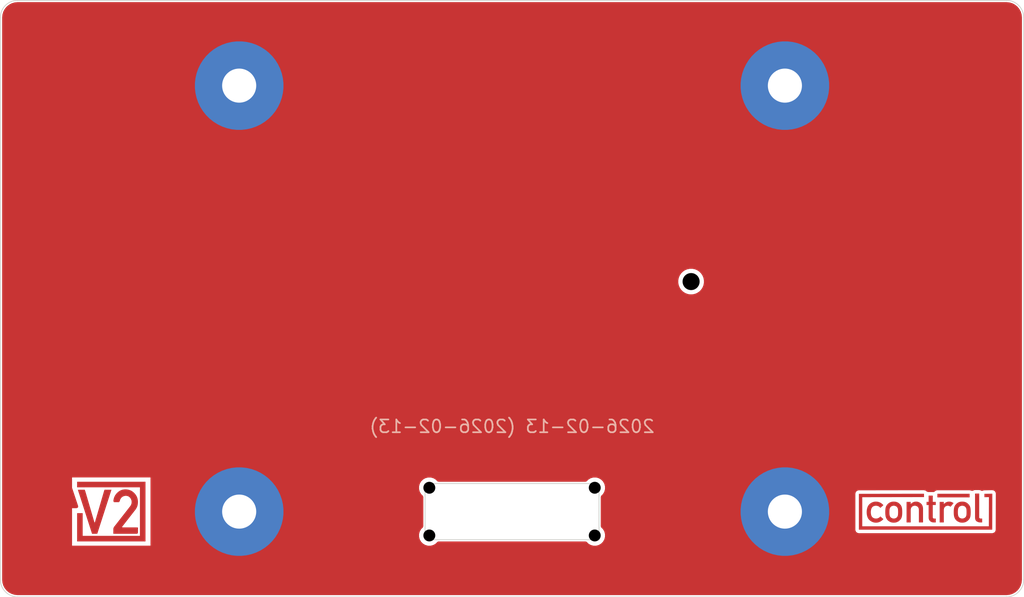
<source format=kicad_pcb>
(kicad_pcb (version 20241229) (generator "pcbnew") (generator_version "9.0")
  (title_block (date "2026-02-13") (rev "2026-02-13"))
  (layers (0 "F.Cu" signal "Front") (2 "B.Cu" signal "Back") (13 "F.Paste" user) (15 "B.Paste" user) (5 "F.SilkS" user "F.Silkscreen") (7 "B.SilkS" user "B.Silkscreen") (1 "F.Mask" user) (3 "B.Mask" user) (25 "Edge.Cuts" user))
  (property "Order-Number" "ORDER-NUMBER")
  (net 0 "")
  (net 1 "GND")
  (footprint "V2_Mechanical:MountingHole_2mm_Pad_5.2mm" (layer "F.Cu") (at 163 110)
    (property "Reference" "H101" (hide yes))
    (property "Value" "2mm_Pad_5.2mm" (hide yes))
    (pad "1" thru_hole custom (at 0 0) (size 5.2 5.2) (drill 2) (layers "*.Cu" "*.Mask") (net 1 "GND") (options (clearance outline) (anchor circle)) (primitives (gr_bbox (start -0.75 -0.75) (end 0.75 0.75) (fill no))))
  )
  (footprint "V2_Artwork:Logo_Small" (layer "F.Cu") (at 123.5 110)
    (property "Reference" "ICON102" (hide yes))
    (property "Value" "V2-logo" (hide yes))
    (fp_poly (pts (xy 2.006758 1.750057) (xy -2.003742 1.750057) (xy -2.003742 0.089057) (xy -1.676242 0.089057) (xy -1.676242 1.422557) (xy 1.679258 1.422557) (xy 1.679258 -1.424943) (xy -2.003742 -1.424943) (xy -2.003742 -1.752443) (xy 2.006758 -1.752443)) (fill yes) (layer "F.Cu"))
    (fp_poly (pts (xy -1.520919 -1.190765) (xy -0.987877 0.632379) (xy -0.96229 0.63477) (xy -0.429473 -1.187605) (xy -0.397658 -1.28383) (xy -0.093581 -1.28383) (xy 0.011405 -1.282303) (xy -0.821464 1.300873) (xy -0.922973 1.304044) (xy -1.126979 1.304044) (xy -1.959811 -1.279026) (xy -1.859182 -1.28383) (xy -1.55515 -1.28383)) (fill yes) (layer "F.Cu"))
    (fp_poly (pts (xy 0.959179 -1.296323) (xy 1.057102 -1.27333) (xy 1.15069 -1.236367) (xy 1.237701 -1.18584) (xy 1.316459 -1.12329) (xy 1.386544 -1.051192) (xy 1.4473 -0.971068) (xy 1.496526 -0.883341) (xy 1.532676 -0.789459) (xy 1.555226 -0.691443) (xy 1.564714 -0.591354) (xy 1.562302 -0.490861) (xy 1.547686 -0.391375) (xy 1.519699 -0.294757) (xy 1.477977 -0.203204) (xy 1.423428 -0.118825) (xy 0.62811 0.902367) (xy 0.666211 0.926016) (xy 1.464718 0.926016) (xy 1.565211 0.930611) (xy 1.565211 1.236646) (xy 1.526846 1.304028) (xy 0.119258 1.304044) (xy 0.119258 0.998218) (xy 0.152529 0.907926) (xy 1.075862 -0.274673) (xy 1.135011 -0.354575) (xy 1.177602 -0.443372) (xy 1.194922 -0.540328) (xy 1.188525 -0.63852) (xy 1.156173 -0.731429) (xy 1.102154 -0.813814) (xy 1.029408 -0.879553) (xy 0.93915 -0.917434) (xy 0.841313 -0.926822) (xy 0.744269 -0.911115) (xy 0.655699 -0.868697) (xy 0.582012 -0.803671) (xy 0.529159 -0.720807) (xy 0.499075 -0.625849) (xy 0.458111 -0.553721) (xy 0.151905 -0.553721) (xy 0.122138 -0.626978) (xy 0.136522 -0.727544) (xy 0.163539 -0.824426) (xy 0.203793 -0.916615) (xy 0.256664 -1.002191) (xy 0.320597 -1.07979) (xy 0.393413 -1.149125) (xy 0.474729 -1.208346) (xy 0.563921 -1.254958) (xy 0.65936 -1.286951) (xy 0.758577 -1.303726) (xy 0.859118 -1.306199)) (fill yes) (layer "F.Cu"))
    (zone (net 0) (net_name "") (layer "F.Cu") (connect_pads (clearance 0)) (min_thickness 0.254)
      (keepout (tracks not_allowed) (vias not_allowed) (pads not_allowed) (copperpour not_allowed) (footprints allowed))
      (fill (thermal_gap 0.508) (thermal_bridge_width 0.508))
      (polygon (pts (xy 121.2 112) (xy 125.8 112) (xy 125.8 107.995) (xy 121.2 107.995) (xy 121.2 108.6) (xy 121.6 109.8) (xy 121.2 109.8)))
    )
  )
  (footprint "V2_Artwork:Board_control_Small" (layer "F.Cu") (at 171.25 110)
    (property "Reference" "ICON101" (hide yes))
    (property "Value" "Board_control" (hide yes))
    (fp_poly (pts (xy 2.582961 -0.834743) (xy 0.690829 -0.834743) (xy 0.690829 -1.04641) (xy 2.582961 -1.04641)) (fill yes) (layer "F.Cu"))
    (fp_poly (pts (xy 3.906932 1.060335) (xy -3.912296 1.060335) (xy -3.912296 -1.043156) (xy -0.091798 -1.048908) (xy -0.091386 -0.850587) (xy -3.713844 -0.844836) (xy -3.713844 0.861765) (xy 3.708895 0.861765) (xy 3.713432 -0.849838) (xy 3.449794 -0.845086) (xy 3.44608 -1.043406) (xy 3.912296 -1.051909)) (fill yes) (layer "F.Cu"))
    (fp_poly (pts (xy 3.143422 0.323473) (xy 3.143511 0.328554) (xy 3.143776 0.333474) (xy 3.144218 0.338231) (xy 3.144838 0.342825) (xy 3.145634 0.347258) (xy 3.146607 0.351528) (xy 3.147757 0.355636) (xy 3.149084 0.359582) (xy 3.150587 0.363367) (xy 3.152268 0.366989) (xy 3.154126 0.37045) (xy 3.15616 0.373749) (xy 3.158372 0.376886) (xy 3.16076 0.379862) (xy 3.163325 0.382677) (xy 3.166067 0.38533) (xy 3.168986 0.387821) (xy 3.172082 0.390152) (xy 3.175355 0.392321) (xy 3.178805 0.394329) (xy 3.182431 0.396176) (xy 3.186235 0.397862) (xy 3.190215 0.399387) (xy 3.194373 0.400751) (xy 3.198707 0.401955) (xy 3.203218 0.402997) (xy 3.207906 0.40388) (xy 3.212771 0.404601) (xy 3.223031 0.405563) (xy 3.233999 0.405884) (xy 3.317473 0.405884) (xy 3.317473 0.63515) (xy 3.209134 0.63515) (xy 3.192776 0.63489) (xy 3.176778 0.634108) (xy 3.161141 0.632805) (xy 3.145864 0.630982) (xy 3.130949 0.62864) (xy 3.116394 0.625779) (xy 3.1022 0.622399) (xy 3.088366 0.618502) (xy 3.074894 0.614088) (xy 3.061782 0.609157) (xy 3.04903 0.60371) (xy 3.03664 0.597747) (xy 3.02461 0.59127) (xy 3.012941 0.584278) (xy 3.001633 0.576772) (xy 2.990686 0.568753) (xy 2.979717 0.55997) (xy 2.969456 0.550465) (xy 2.959903 0.540239) (xy 2.951058 0.529293) (xy 2.94292 0.517628) (xy 2.93549 0.505246) (xy 2.928767 0.492148) (xy 2.922752 0.478335) (xy 2.917445 0.463808) (xy 2.912846 0.448567) (xy 2.908954 0.432615) (xy 2.90577 0.415953) (xy 2.903293 0.398581) (xy 2.901524 0.3805) (xy 2.900463 0.361713) (xy 2.900109 0.34222) (xy 2.900109 -1.060335) (xy 3.143422 -1.060335)) (fill yes) (layer "F.Cu"))
    (fp_poly (pts (xy 0.421382 -0.571727) (xy 0.597801 -0.571727) (xy 0.597801 -0.386983) (xy 0.421382 -0.386983) (xy 0.421382 0.316442) (xy 0.421306 0.322098) (xy 0.42141 0.327569) (xy 0.421694 0.332855) (xy 0.422158 0.337955) (xy 0.422801 0.342871) (xy 0.423623 0.347601) (xy 0.424625 0.352146) (xy 0.425805 0.356507) (xy 0.427164 0.360683) (xy 0.428701 0.364674) (xy 0.430417 0.36848) (xy 0.43231 0.372102) (xy 0.434381 0.375539) (xy 0.43663 0.378792) (xy 0.439056 0.38186) (xy 0.44166 0.384744) (xy 0.44444 0.387444) (xy 0.447397 0.38996) (xy 0.45053 0.392292) (xy 0.45384 0.394439) (xy 0.457325 0.396403) (xy 0.460987 0.398183) (xy 0.464824 0.399779) (xy 0.468836 0.401191) (xy 0.473024 0.40242) (xy 0.477387 0.403465) (xy 0.481924 0.404326) (xy 0.486636 0.405004) (xy 0.491522 0.405499) (xy 0.496582 0.40581) (xy 0.501816 0.405939) (xy 0.507224 0.405884) (xy 0.597801 0.405884) (xy 0.597801 0.63515) (xy 0.471111 0.63515) (xy 0.455307 0.634839) (xy 0.439865 0.633906) (xy 0.424785 0.632352) (xy 0.410069 0.630177) (xy 0.395717 0.627381) (xy 0.381731 0.623967) (xy 0.36811 0.619933) (xy 0.354856 0.61528) (xy 0.34197 0.61001) (xy 0.329452 0.604122) (xy 0.317304 0.597618) (xy 0.305525 0.590497) (xy 0.294118 0.582761) (xy 0.283083 0.57441) (xy 0.272421 0.565444) (xy 0.262132 0.555864) (xy 0.25192 0.546156) (xy 0.242374 0.535926) (xy 0.233491 0.525173) (xy 0.225272 0.513896) (xy 0.217715 0.502095) (xy 0.21082 0.48977) (xy 0.204586 0.476919) (xy 0.199011 0.463542) (xy 0.194096 0.449639) (xy 0.189839 0.43521) (xy 0.186239 0.420252) (xy 0.183296 0.404767) (xy 0.181008 0.388753) (xy 0.179375 0.37221) (xy 0.178395 0.355137) (xy 0.178069 0.337533) (xy 0.178069 -0.386983) (xy 0.057302 -0.386983) (xy 0.057302 -0.571727) (xy 0.178069 -0.571727) (xy 0.178069 -0.939258) (xy 0.421382 -0.939258)) (fill yes) (layer "F.Cu"))
    (fp_poly (pts (xy 1.40549 -0.586323) (xy 1.423166 -0.584999) (xy 1.440563 -0.582988) (xy 1.45768 -0.580289) (xy 1.474515 -0.5769) (xy 1.491069 -0.572823) (xy 1.50734 -0.568055) (xy 1.523327 -0.562597) (xy 1.53903 -0.556447) (xy 1.554447 -0.549606) (xy 1.569579 -0.542073) (xy 1.584423 -0.533847) (xy 1.59898 -0.524927) (xy 1.613248 -0.515313) (xy 1.627226 -0.505005) (xy 1.640914 -0.494002) (xy 1.463904 -0.283481) (xy 1.45433 -0.290791) (xy 1.444702 -0.297633) (xy 1.43502 -0.304007) (xy 1.425285 -0.309912) (xy 1.415498 -0.315349) (xy 1.405659 -0.320315) (xy 1.395771 -0.324812) (xy 1.385833 -0.328837) (xy 1.375847 -0.332391) (xy 1.365813 -0.335473) (xy 1.355732 -0.338083) (xy 1.345605 -0.340219) (xy 1.335433 -0.341882) (xy 1.325217 -0.34307) (xy 1.314958 -0.343783) (xy 1.304656 -0.344021) (xy 1.293209 -0.343783) (xy 1.281957 -0.34307) (xy 1.270901 -0.341882) (xy 1.260042 -0.340219) (xy 1.249381 -0.338083) (xy 1.238918 -0.335473) (xy 1.228655 -0.332391) (xy 1.218592 -0.328837) (xy 1.20873 -0.324812) (xy 1.199071 -0.320315) (xy 1.189614 -0.315349) (xy 1.180361 -0.309912) (xy 1.171313 -0.304007) (xy 1.162471 -0.297633) (xy 1.153835 -0.290791) (xy 1.145406 -0.283481) (xy 1.136464 -0.275797) (xy 1.128065 -0.267536) (xy 1.120213 -0.258699) (xy 1.11291 -0.249288) (xy 1.106158 -0.239302) (xy 1.099961 -0.228743) (xy 1.09432 -0.21761) (xy 1.089239 -0.205904) (xy 1.08472 -0.193626) (xy 1.080765 -0.180777) (xy 1.077377 -0.167356) (xy 1.074559 -0.153365) (xy 1.072314 -0.138805) (xy 1.070643 -0.123675) (xy 1.06955 -0.107977) (xy 1.069037 -0.09171) (xy 1.069037 0.63515) (xy 0.825722 0.63515) (xy 0.825722 -0.571727) (xy 1.069037 -0.571727) (xy 1.069037 -0.444007) (xy 1.073773 -0.444007) (xy 1.088945 -0.461318) (xy 1.104713 -0.477512) (xy 1.121076 -0.492589) (xy 1.138033 -0.506549) (xy 1.155583 -0.519392) (xy 1.173725 -0.531119) (xy 1.192459 -0.541729) (xy 1.211784 -0.551221) (xy 1.231698 -0.559597) (xy 1.252201 -0.566857) (xy 1.273292 -0.572999) (xy 1.29497 -0.578025) (xy 1.317234 -0.581933) (xy 1.340084 -0.584725) (xy 1.363518 -0.586401) (xy 1.387536 -0.586959)) (fill yes) (layer "F.Cu"))
    (fp_poly (pts (xy -0.534402 -0.586547) (xy -0.515954 -0.58531) (xy -0.497713 -0.583249) (xy -0.479676 -0.580362) (xy -0.461845 -0.576649) (xy -0.444217 -0.572109) (xy -0.426792 -0.566741) (xy -0.40957 -0.560546) (xy -0.392548 -0.553523) (xy -0.375727 -0.54567) (xy -0.359105 -0.536988) (xy -0.342682 -0.527475) (xy -0.326457 -0.517132) (xy -0.310428 -0.505958) (xy -0.294596 -0.493952) (xy -0.278958 -0.481113) (xy -0.263987 -0.467391) (xy -0.249933 -0.452882) (xy -0.236796 -0.437585) (xy -0.224577 -0.421502) (xy -0.213278 -0.404631) (xy -0.202899 -0.386972) (xy -0.193441 -0.368527) (xy -0.184904 -0.349294) (xy -0.177291 -0.329274) (xy -0.170601 -0.308466) (xy -0.164835 -0.286872) (xy -0.159994 -0.26449) (xy -0.15608 -0.241321) (xy -0.153093 -0.217364) (xy -0.151033 -0.192621) (xy -0.149903 -0.16709) (xy -0.149903 0.63515) (xy -0.392624 0.63515) (xy -0.392624 -0.083508) (xy -0.392888 -0.099093) (xy -0.393679 -0.11421) (xy -0.394997 -0.128859) (xy -0.396842 -0.14304) (xy -0.399215 -0.156752) (xy -0.402114 -0.169993) (xy -0.405542 -0.182765) (xy -0.409496 -0.195065) (xy -0.413978 -0.206895) (xy -0.418986 -0.218252) (xy -0.424523 -0.229137) (xy -0.430586 -0.239548) (xy -0.437177 -0.249486) (xy -0.444295 -0.25895) (xy -0.45194 -0.267939) (xy -0.460112 -0.276452) (xy -0.468583 -0.284613) (xy -0.477346 -0.292251) (xy -0.486402 -0.299367) (xy -0.495753 -0.305958) (xy -0.505398 -0.312026) (xy -0.515338 -0.31757) (xy -0.525576 -0.322588) (xy -0.536111 -0.32708) (xy -0.546944 -0.331046) (xy -0.558076 -0.334485) (xy -0.569509 -0.337396) (xy -0.581242 -0.33978) (xy -0.593277 -0.341635) (xy -0.605615 -0.34296) (xy -0.618256 -0.343756) (xy -0.631202 -0.344021) (xy -0.644148 -0.343756) (xy -0.65679 -0.34296) (xy -0.669131 -0.341635) (xy -0.681171 -0.33978) (xy -0.692913 -0.337396) (xy -0.704359 -0.334485) (xy -0.715509 -0.331046) (xy -0.726367 -0.32708) (xy -0.736933 -0.322588) (xy -0.747209 -0.31757) (xy -0.757198 -0.312026) (xy -0.7669 -0.305958) (xy -0.776318 -0.299367) (xy -0.785453 -0.292251) (xy -0.794307 -0.284613) (xy -0.802883 -0.276452) (xy -0.811264 -0.267939) (xy -0.819091 -0.25895) (xy -0.826368 -0.249486) (xy -0.833094 -0.239548) (xy -0.839272 -0.229137) (xy -0.844904 -0.218252) (xy -0.849991 -0.206895) (xy -0.854536 -0.195065) (xy -0.858539 -0.182765) (xy -0.862003 -0.169993) (xy -0.864929 -0.156752) (xy -0.867319 -0.14304) (xy -0.869175 -0.128859) (xy -0.870499 -0.11421) (xy -0.871292 -0.099093) (xy -0.871556 -0.083508) (xy -0.871556 0.63515) (xy -1.114871 0.63515) (xy -1.114871 -0.571727) (xy -0.871556 -0.571727) (xy -0.871556 -0.444007) (xy -0.86682 -0.444007) (xy -0.851648 -0.461318) (xy -0.835879 -0.477512) (xy -0.819516 -0.492589) (xy -0.802559 -0.506549) (xy -0.785009 -0.519392) (xy -0.766866 -0.531119) (xy -0.748132 -0.541729) (xy -0.728808 -0.551221) (xy -0.708894 -0.559597) (xy -0.688391 -0.566857) (xy -0.6673 -0.572999) (xy -0.645622 -0.578025) (xy -0.623358 -0.581933) (xy -0.600509 -0.584725) (xy -0.577075 -0.586401) (xy -0.553057 -0.586959)) (fill yes) (layer "F.Cu"))
    (fp_poly (pts (xy -2.890049 -0.586456) (xy -2.872887 -0.585532) (xy -2.855979 -0.584188) (xy -2.839326 -0.582425) (xy -2.822929 -0.580242) (xy -2.806791 -0.577642) (xy -2.790913 -0.574624) (xy -2.775297 -0.571189) (xy -2.759944 -0.567338) (xy -2.744857 -0.56307) (xy -2.730037 -0.558388) (xy -2.715486 -0.55329) (xy -2.701205 -0.547778) (xy -2.687197 -0.541853) (xy -2.673463 -0.535514) (xy -2.660004 -0.528763) (xy -2.646788 -0.521509) (xy -2.633781 -0.513952) (xy -2.620984 -0.506093) (xy -2.608398 -0.497932) (xy -2.596023 -0.489469) (xy -2.583861 -0.480704) (xy -2.571912 -0.471637) (xy -2.560177 -0.462267) (xy -2.548657 -0.452596) (xy -2.537353 -0.442623) (xy -2.526267 -0.432347) (xy -2.515397 -0.42177) (xy -2.504747 -0.41089) (xy -2.494315 -0.399709) (xy -2.484104 -0.388225) (xy -2.474114 -0.376439) (xy -2.652899 -0.217084) (xy -2.664679 -0.231927) (xy -2.676932 -0.245847) (xy -2.689658 -0.258843) (xy -2.702859 -0.270916) (xy -2.716534 -0.282067) (xy -2.730686 -0.292296) (xy -2.745315 -0.301604) (xy -2.760422 -0.309992) (xy -2.776007 -0.317459) (xy -2.792072 -0.324007) (xy -2.808618 -0.329637) (xy -2.825645 -0.334348) (xy -2.843154 -0.338141) (xy -2.861145 -0.341018) (xy -2.879621 -0.342977) (xy -2.898582 -0.344021) (xy -2.917599 -0.343937) (xy -2.936024 -0.343097) (xy -2.953854 -0.341502) (xy -2.971092 -0.339152) (xy -2.987736 -0.336047) (xy -3.003786 -0.332188) (xy -3.019242 -0.327573) (xy -3.034105 -0.322204) (xy -3.048373 -0.31608) (xy -3.062047 -0.309202) (xy -3.075127 -0.301569) (xy -3.087613 -0.293181) (xy -3.099504 -0.28404) (xy -3.1108 -0.274144) (xy -3.121502 -0.263494) (xy -3.131609 -0.252089) (xy -3.141122 -0.239931) (xy -3.150039 -0.227019) (xy -3.158361 -0.213352) (xy -3.166088 -0.198932) (xy -3.173219 -0.183758) (xy -3.179756 -0.167831) (xy -3.185696 -0.151149) (xy -3.191041 -0.133714) (xy -3.199943 -0.096584) (xy -3.206462 -0.056441) (xy -3.210596 -0.013285) (xy -3.212344 0.032884) (xy -3.211768 0.056198) (xy -3.210596 0.07876) (xy -3.208827 0.100569) (xy -3.206462 0.121625) (xy -3.203501 0.141928) (xy -3.199943 0.161479) (xy -3.19579 0.180277) (xy -3.191041 0.198323) (xy -3.185696 0.215617) (xy -3.179756 0.232158) (xy -3.173219 0.247947) (xy -3.166088 0.262984) (xy -3.158361 0.277269) (xy -3.150039 0.290802) (xy -3.141122 0.303583) (xy -3.131609 0.315612) (xy -3.121502 0.326889) (xy -3.1108 0.337415) (xy -3.099504 0.347189) (xy -3.087613 0.356211) (xy -3.075127 0.364482) (xy -3.062047 0.372001) (xy -3.048373 0.378769) (xy -3.034105 0.384786) (xy -3.019242 0.390052) (xy -3.003786 0.394566) (xy -2.987736 0.39833) (xy -2.971092 0.401342) (xy -2.953854 0.403604) (xy -2.936024 0.405114) (xy -2.917599 0.405874) (xy -2.898582 0.405884) (xy -2.879621 0.405119) (xy -2.861145 0.403412) (xy -2.843154 0.400762) (xy -2.825645 0.397169) (xy -2.808618 0.392633) (xy -2.792072 0.387154) (xy -2.776007 0.380733) (xy -2.760422 0.373368) (xy -2.745315 0.365061) (xy -2.730686 0.355811) (xy -2.716534 0.345618) (xy -2.702859 0.334482) (xy -2.689658 0.322403) (xy -2.676932 0.309382) (xy -2.664679 0.295417) (xy -2.652899 0.28051) (xy -2.474114 0.439863) (xy -2.484104 0.451013) (xy -2.494315 0.461906) (xy -2.504747 0.472543) (xy -2.515397 0.482924) (xy -2.526267 0.493049) (xy -2.537353 0.502917) (xy -2.548657 0.512529) (xy -2.560177 0.521885) (xy -2.571912 0.530984) (xy -2.583861 0.539827) (xy -2.596023 0.548413) (xy -2.608398 0.556743) (xy -2.620984 0.564817) (xy -2.633781 0.572635) (xy -2.646788 0.580196) (xy -2.660004 0.587501) (xy -2.673463 0.594673) (xy -2.687197 0.601397) (xy -2.701205 0.607674) (xy -2.715486 0.613504) (xy -2.730037 0.618888) (xy -2.744857 0.623826) (xy -2.759944 0.628319) (xy -2.775297 0.632368) (xy -2.790913 0.635972) (xy -2.806791 0.639134) (xy -2.822929 0.641852) (xy -2.839326 0.644128) (xy -2.855979 0.645962) (xy -2.872887 0.647355) (xy -2.890049 0.648308) (xy -2.907462 0.64882) (xy -2.934012 0.648253) (xy -2.960159 0.64655) (xy -2.985901 0.643712) (xy -3.011239 0.63974) (xy -3.036171 0.634632) (xy -3.060696 0.628389) (xy -3.084813 0.621011) (xy -3.108522 0.612498) (xy -3.131822 0.602849) (xy -3.154711 0.592066) (xy -3.177189 0.580147) (xy -3.199256 0.567094) (xy -3.22091 0.552905) (xy -3.24215 0.537581) (xy -3.262975 0.521122) (xy -3.283386 0.503528) (xy -3.303622 0.484661) (xy -3.322595 0.464385) (xy -3.340304 0.442701) (xy -3.356747 0.419609) (xy -3.371925 0.395109) (xy -3.385835 0.369202) (xy -3.398478 0.341889) (xy -3.409852 0.313171) (xy -3.419956 0.283047) (xy -3.42879 0.251518) (xy -3.436353 0.218586) (xy -3.442644 0.18425) (xy -3.447661 0.148511) (xy -3.451405 0.11137) (xy -3.453874 0.072828) (xy -3.455067 0.032884) (xy -3.453874 -0.007564) (xy -3.451405 -0.046592) (xy -3.447661 -0.084202) (xy -3.442644 -0.120393) (xy -3.436353 -0.155165) (xy -3.42879 -0.188517) (xy -3.419956 -0.220451) (xy -3.409852 -0.250966) (xy -3.398478 -0.280063) (xy -3.385835 -0.30774) (xy -3.371925 -0.333998) (xy -3.356747 -0.358838) (xy -3.340304 -0.382258) (xy -3.322595 -0.40426) (xy -3.303622 -0.424843) (xy -3.283386 -0.444007) (xy -3.262975 -0.461592) (xy -3.24215 -0.478024) (xy -3.22091 -0.493303) (xy -3.199256 -0.507427) (xy -3.177189 -0.520399) (xy -3.154711 -0.532217) (xy -3.131822 -0.542882) (xy -3.108522 -0.552393) (xy -3.084813 -0.560751) (xy -3.060696 -0.567955) (xy -3.036171 -0.574006) (xy -3.011239 -0.578903) (xy -2.985901 -0.582647) (xy -2.960159 -0.585238) (xy -2.934012 -0.586675) (xy -2.907462 -0.586959)) (fill yes) (layer "F.Cu"))
    (fp_poly (pts (xy -1.849548 -0.586497) (xy -1.832231 -0.585696) (xy -1.815356 -0.584559) (xy -1.798922 -0.583084) (xy -1.782929 -0.581272) (xy -1.767376 -0.579125) (xy -1.752262 -0.576643) (xy -1.737585 -0.573826) (xy -1.723346 -0.570675) (xy -1.709543 -0.56719) (xy -1.696175 -0.563372) (xy -1.683241 -0.559222) (xy -1.670742 -0.55474) (xy -1.658675 -0.549927) (xy -1.64704 -0.544784) (xy -1.635836 -0.53931) (xy -1.625013 -0.533323) (xy -1.61452 -0.527227) (xy -1.604355 -0.521024) (xy -1.594515 -0.514715) (xy -1.584998 -0.5083) (xy -1.575801 -0.501781) (xy -1.566921 -0.49516) (xy -1.558356 -0.488436) (xy -1.550104 -0.481612) (xy -1.54216 -0.474688) (xy -1.534524 -0.467666) (xy -1.527193 -0.460546) (xy -1.520163 -0.453331) (xy -1.513432 -0.44602) (xy -1.506998 -0.438616) (xy -1.500858 -0.431119) (xy -1.492026 -0.422427) (xy -1.483515 -0.413488) (xy -1.475324 -0.404302) (xy -1.467456 -0.394869) (xy -1.459909 -0.385189) (xy -1.452687 -0.375261) (xy -1.445788 -0.365086) (xy -1.439215 -0.354664) (xy -1.432968 -0.343995) (xy -1.427048 -0.333079) (xy -1.421456 -0.321915) (xy -1.416192 -0.310504) (xy -1.411258 -0.298846) (xy -1.406654 -0.286941) (xy -1.402382 -0.274789) (xy -1.398441 -0.26239) (xy -1.391586 -0.235513) (xy -1.385667 -0.205854) (xy -1.380677 -0.173412) (xy -1.376611 -0.138187) (xy -1.37346 -0.100179) (xy -1.371217 -0.059389) (xy -1.369877 -0.015815) (xy -1.369432 0.030541) (xy -1.369877 0.076732) (xy -1.371217 0.120105) (xy -1.37346 0.160657) (xy -1.376611 0.19839) (xy -1.380677 0.233304) (xy -1.383056 0.249704) (xy -1.385667 0.265399) (xy -1.38851 0.280389) (xy -1.391586 0.294674) (xy -1.394896 0.308254) (xy -1.398441 0.321129) (xy -1.402382 0.333542) (xy -1.406654 0.345737) (xy -1.411258 0.357716) (xy -1.416192 0.369481) (xy -1.421456 0.381032) (xy -1.427048 0.392373) (xy -1.432968 0.403504) (xy -1.439215 0.414427) (xy -1.445788 0.425145) (xy -1.452687 0.435658) (xy -1.459909 0.445969) (xy -1.467456 0.456079) (xy -1.475324 0.46599) (xy -1.483515 0.475703) (xy -1.492026 0.485221) (xy -1.500858 0.494545) (xy -1.506796 0.501134) (xy -1.513068 0.507714) (xy -1.519672 0.514276) (xy -1.52661 0.520811) (xy -1.533881 0.527309) (xy -1.541485 0.533761) (xy -1.549422 0.540158) (xy -1.557692 0.546491) (xy -1.561535 0.550121) (xy -1.565516 0.553686) (xy -1.569637 0.557187) (xy -1.573896 0.560625) (xy -1.578295 0.563998) (xy -1.582832 0.567307) (xy -1.587508 0.570552) (xy -1.592323 0.573733) (xy -1.597276 0.57685) (xy -1.602368 0.579903) (xy -1.607599 0.582892) (xy -1.612969 0.585816) (xy -1.618478 0.588677) (xy -1.624125 0.591473) (xy -1.629911 0.594206) (xy -1.635836 0.596874) (xy -1.64704 0.602912) (xy -1.658675 0.608574) (xy -1.670742 0.613863) (xy -1.683241 0.618778) (xy -1.696175 0.623319) (xy -1.709543 0.627489) (xy -1.723346 0.631286) (xy -1.737585 0.634712) (xy -1.752262 0.637767) (xy -1.767376 0.640452) (xy -1.782929 0.642767) (xy -1.798922 0.644714) (xy -1.815356 0.646292) (xy -1.832231 0.647502) (xy -1.849548 0.648344) (xy -1.867308 0.64882) (xy -1.884326 0.648344) (xy -1.900967 0.647502) (xy -1.91723 0.646292) (xy -1.933114 0.644714) (xy -1.948616 0.642767) (xy -1.963734 0.640452) (xy -1.978467 0.637767) (xy -1.992814 0.634712) (xy -2.006772 0.631286) (xy -2.02034 0.627489) (xy -2.033516 0.623319) (xy -2.046298 0.618778) (xy -2.058685 0.613863) (xy -2.070674 0.608574) (xy -2.082265 0.602912) (xy -2.093455 0.596874) (xy -2.104513 0.591121) (xy -2.115265 0.585285) (xy -2.12571 0.579365) (xy -2.135847 0.573361) (xy -2.145676 0.567272) (xy -2.155195 0.561098) (xy -2.164404 0.554838) (xy -2.173301 0.548492) (xy -2.181886 0.542059) (xy -2.190158 0.535539) (xy -2.198116 0.52893) (xy -2.205759 0.522233) (xy -2.213087 0.515446) (xy -2.220098 0.50857) (xy -2.226792 0.501603) (xy -2.233167 0.494545) (xy -2.241465 0.485221) (xy -2.249485 0.475703) (xy -2.257231 0.46599) (xy -2.264701 0.456079) (xy -2.271897 0.445969) (xy -2.27882 0.435658) (xy -2.28547 0.425145) (xy -2.29185 0.414427) (xy -2.297958 0.403504) (xy -2.303798 0.392373) (xy -2.309368 0.381032) (xy -2.31467 0.369481) (xy -2.319705 0.357716) (xy -2.324474 0.345737) (xy -2.328978 0.333542) (xy -2.333217 0.321129) (xy -2.340514 0.294674) (xy -2.346861 0.265399) (xy -2.35225 0.233304) (xy -2.356675 0.19839) (xy -2.360128 0.160657) (xy -2.362604 0.120105) (xy -2.364094 0.076732) (xy -2.364593 0.030541) (xy -2.121871 0.030541) (xy -2.121649 0.06084) (xy -2.120983 0.089048) (xy -2.119873 0.115159) (xy -2.118319 0.139169) (xy -2.116321 0.161074) (xy -2.113879 0.180869) (xy -2.110992 0.198549) (xy -2.109383 0.206595) (xy -2.107662 0.21411) (xy -2.105823 0.221457) (xy -2.103858 0.228701) (xy -2.101764 0.235842) (xy -2.099541 0.242879) (xy -2.097185 0.249811) (xy -2.094696 0.256636) (xy -2.092072 0.263354) (xy -2.08931 0.269963) (xy -2.08641 0.276463) (xy -2.083369 0.282851) (xy -2.080186 0.289127) (xy -2.07686 0.29529) (xy -2.073387 0.301338) (xy -2.069767 0.307271) (xy -2.065998 0.313087) (xy -2.062078 0.318786) (xy -2.058117 0.323143) (xy -2.054004 0.327428) (xy -2.04974 0.331643) (xy -2.045326 0.335788) (xy -2.040763 0.339864) (xy -2.036052 0.343872) (xy -2.031193 0.347814) (xy -2.026188 0.351691) (xy -2.021037 0.355504) (xy -2.015741 0.359254) (xy -2.010301 0.362942) (xy -2.004719 0.36657) (xy -1.998994 0.370138) (xy -1.993127 0.373648) (xy -1.980974 0.380496) (xy -1.97439 0.383549) (xy -1.967737 0.386409) (xy -1.961015 0.389076) (xy -1.954223 0.391549) (xy -1.947361 0.393827) (xy -1.940431 0.39591) (xy -1.933431 0.397797) (xy -1.926361 0.399488) (xy -1.919222 0.400982) (xy -1.912014 0.402279) (xy -1.904737 0.403378) (xy -1.89739 0.404279) (xy -1.889973 0.40498) (xy -1.882488 0.405482) (xy -1.874933 0.405783) (xy -1.867308 0.405884) (xy -1.859046 0.405783) (xy -1.850909 0.405482) (xy -1.842899 0.40498) (xy -1.835017 0.404279) (xy -1.827262 0.403378) (xy -1.819637 0.402279) (xy -1.812142 0.400982) (xy -1.804778 0.399488) (xy -1.797546 0.397797) (xy -1.790446 0.39591) (xy -1.78348 0.393827) (xy -1.776649 0.391549) (xy -1.769952 0.389076) (xy -1.763392 0.386409) (xy -1.756968 0.383549) (xy -1.750683 0.380496) (xy -1.744238 0.3771) (xy -1.738 0.373648) (xy -1.731968 0.370138) (xy -1.726142 0.36657) (xy -1.720521 0.362942) (xy -1.715104 0.359254) (xy -1.709889 0.355504) (xy -1.704877 0.351691) (xy -1.700065 0.347814) (xy -1.695454 0.343872) (xy -1.691043 0.339864) (xy -1.68683 0.335788) (xy -1.682815 0.331643) (xy -1.678996 0.327428) (xy -1.675374 0.323143) (xy -1.671947 0.318786) (xy -1.667493 0.313087) (xy -1.663233 0.307271) (xy -1.659168 0.301338) (xy -1.655297 0.29529) (xy -1.65162 0.289127) (xy -1.648138 0.282851) (xy -1.644849 0.276463) (xy -1.641755 0.269963) (xy -1.638855 0.263354) (xy -1.63615 0.256636) (xy -1.633638 0.249811) (xy -1.631321 0.242879) (xy -1.629198 0.235842) (xy -1.62727 0.228701) (xy -1.625535 0.221457) (xy -1.623995 0.21411) (xy -1.621276 0.198586) (xy -1.618897 0.181016) (xy -1.616866 0.161404) (xy -1.615188 0.139755) (xy -1.613871 0.116075) (xy -1.612922 0.090366) (xy -1.612347 0.062634) (xy -1.612154 0.032884) (xy -1.612347 0.00163) (xy -1.612922 -0.027405) (xy -1.613871 -0.054233) (xy -1.615188 -0.078869) (xy -1.616866 -0.101326) (xy -1.618897 -0.121618) (xy -1.621276 -0.13976) (xy -1.623995 -0.155764) (xy -1.625535 -0.162812) (xy -1.62727 -0.169752) (xy -1.629198 -0.176582) (xy -1.631321 -0.183305) (xy -1.633638 -0.18992) (xy -1.63615 -0.196428) (xy -1.638855 -0.20283) (xy -1.641755 -0.209126) (xy -1.644849 -0.215316) (xy -1.648138 -0.221402) (xy -1.65162 -0.227384) (xy -1.655297 -0.233262) (xy -1.659168 -0.239037) (xy -1.663233 -0.24471) (xy -1.667493 -0.250281) (xy -1.671947 -0.25575) (xy -1.675374 -0.260739) (xy -1.678996 -0.265599) (xy -1.682815 -0.270328) (xy -1.68683 -0.274926) (xy -1.691043 -0.27939) (xy -1.695454 -0.283721) (xy -1.700065 -0.287917) (xy -1.704877 -0.291977) (xy -1.709889 -0.295899) (xy -1.715104 -0.299683) (xy -1.720521 -0.303327) (xy -1.726142 -0.306831) (xy -1.731968 -0.310192) (xy -1.738 -0.313411) (xy -1.744238 -0.316485) (xy -1.750683 -0.319414) (xy -1.756968 -0.322394) (xy -1.763392 -0.325182) (xy -1.769952 -0.327777) (xy -1.776649 -0.33018) (xy -1.78348 -0.332391) (xy -1.790446 -0.334409) (xy -1.797546 -0.336236) (xy -1.804778 -0.33787) (xy -1.812142 -0.339312) (xy -1.819637 -0.340561) (xy -1.827262 -0.341618) (xy -1.835017 -0.342483) (xy -1.842899 -0.343156) (xy -1.850909 -0.343637) (xy -1.859046 -0.343925) (xy -1.867308 -0.344021) (xy -1.874933 -0.343925) (xy -1.882488 -0.343637) (xy -1.889973 -0.343156) (xy -1.89739 -0.342483) (xy -1.904737 -0.341618) (xy -1.912014 -0.340561) (xy -1.919222 -0.339312) (xy -1.926361 -0.33787) (xy -1.933431 -0.336236) (xy -1.940431 -0.334409) (xy -1.947361 -0.332391) (xy -1.954223 -0.33018) (xy -1.961015 -0.327777) (xy -1.967737 -0.325182) (xy -1.97439 -0.322394) (xy -1.980974 -0.319414) (xy -1.98712 -0.316485) (xy -1.993127 -0.313411) (xy -1.998994 -0.310192) (xy -2.004719 -0.306831) (xy -2.010301 -0.303327) (xy -2.015741 -0.299683) (xy -2.021037 -0.295899) (xy -2.026188 -0.291977) (xy -2.031193 -0.287917) (xy -2.036052 -0.283721) (xy -2.040763 -0.27939) (xy -2.045326 -0.274926) (xy -2.04974 -0.270328) (xy -2.054004 -0.265599) (xy -2.058117 -0.260739) (xy -2.062078 -0.25575) (xy -2.065998 -0.250281) (xy -2.069767 -0.24471) (xy -2.073387 -0.239037) (xy -2.07686 -0.233262) (xy -2.080186 -0.227384) (xy -2.083369 -0.221402) (xy -2.08641 -0.215316) (xy -2.08931 -0.209126) (xy -2.092072 -0.20283) (xy -2.094696 -0.196428) (xy -2.097185 -0.18992) (xy -2.099541 -0.183305) (xy -2.101764 -0.176582) (xy -2.103858 -0.169752) (xy -2.105823 -0.162812) (xy -2.107662 -0.155764) (xy -2.110992 -0.139796) (xy -2.113879 -0.121765) (xy -2.116321 -0.101656) (xy -2.118319 -0.079455) (xy -2.119873 -0.055148) (xy -2.120983 -0.028723) (xy -2.121649 -0.000164) (xy -2.121871 0.030541) (xy -2.364593 0.030541) (xy -2.364094 -0.015815) (xy -2.362604 -0.059389) (xy -2.360128 -0.100179) (xy -2.356675 -0.138187) (xy -2.35225 -0.173412) (xy -2.349675 -0.189981) (xy -2.346861 -0.205854) (xy -2.343807 -0.221032) (xy -2.340514 -0.235513) (xy -2.336984 -0.249299) (xy -2.333217 -0.26239) (xy -2.328978 -0.274789) (xy -2.324474 -0.286941) (xy -2.319705 -0.298846) (xy -2.31467 -0.310504) (xy -2.309368 -0.321915) (xy -2.303798 -0.333079) (xy -2.297958 -0.343995) (xy -2.29185 -0.354664) (xy -2.28547 -0.365086) (xy -2.27882 -0.375261) (xy -2.271897 -0.385189) (xy -2.264701 -0.394869) (xy -2.257231 -0.404302) (xy -2.249485 -0.413488) (xy -2.241465 -0.422427) (xy -2.233167 -0.431119) (xy -2.226792 -0.438616) (xy -2.220098 -0.44602) (xy -2.213087 -0.453331) (xy -2.205759 -0.460546) (xy -2.198116 -0.467666) (xy -2.190158 -0.474688) (xy -2.181886 -0.481612) (xy -2.173301 -0.488436) (xy -2.164404 -0.49516) (xy -2.155195 -0.501781) (xy -2.145676 -0.5083) (xy -2.135847 -0.514715) (xy -2.12571 -0.521024) (xy -2.115265 -0.527227) (xy -2.104513 -0.533323) (xy -2.093455 -0.53931) (xy -2.082265 -0.544784) (xy -2.070674 -0.549927) (xy -2.058685 -0.55474) (xy -2.046298 -0.559222) (xy -2.033516 -0.563372) (xy -2.02034 -0.56719) (xy -2.006772 -0.570675) (xy -1.992814 -0.573826) (xy -1.978467 -0.576643) (xy -1.963734 -0.579125) (xy -1.948616 -0.581272) (xy -1.933114 -0.583084) (xy -1.91723 -0.584559) (xy -1.900967 -0.585696) (xy -1.884326 -0.586497) (xy -1.867308 -0.586959)) (fill yes) (layer "F.Cu"))
    (fp_poly (pts (xy 2.165333 -0.586497) (xy 2.182577 -0.585696) (xy 2.199402 -0.584559) (xy 2.215806 -0.583084) (xy 2.231787 -0.581272) (xy 2.247342 -0.579125) (xy 2.262471 -0.576643) (xy 2.277171 -0.573826) (xy 2.291442 -0.570675) (xy 2.30528 -0.56719) (xy 2.318685 -0.563372) (xy 2.331654 -0.559222) (xy 2.344187 -0.55474) (xy 2.35628 -0.549927) (xy 2.367933 -0.544784) (xy 2.379144 -0.53931) (xy 2.389869 -0.533323) (xy 2.400289 -0.527227) (xy 2.410404 -0.521024) (xy 2.420214 -0.514715) (xy 2.429718 -0.5083) (xy 2.438917 -0.501781) (xy 2.447811 -0.49516) (xy 2.4564 -0.488436) (xy 2.464683 -0.481612) (xy 2.472661 -0.474688) (xy 2.480334 -0.467666) (xy 2.487702 -0.460546) (xy 2.494764 -0.453331) (xy 2.501522 -0.44602) (xy 2.507974 -0.438616) (xy 2.514121 -0.431119) (xy 2.522952 -0.422427) (xy 2.531464 -0.413488) (xy 2.539654 -0.404302) (xy 2.547523 -0.394869) (xy 2.55507 -0.385189) (xy 2.562292 -0.375261) (xy 2.569191 -0.365086) (xy 2.575764 -0.354664) (xy 2.582011 -0.343995) (xy 2.587931 -0.333079) (xy 2.593523 -0.321915) (xy 2.598787 -0.310504) (xy 2.603721 -0.298846) (xy 2.608325 -0.286941) (xy 2.612598 -0.274789) (xy 2.616539 -0.26239) (xy 2.623394 -0.235513) (xy 2.629313 -0.205854) (xy 2.634302 -0.173412) (xy 2.638368 -0.138187) (xy 2.641519 -0.100179) (xy 2.643761 -0.059389) (xy 2.645101 -0.015815) (xy 2.645546 0.030541) (xy 2.645101 0.076732) (xy 2.643761 0.120105) (xy 2.641519 0.160657) (xy 2.638368 0.19839) (xy 2.634302 0.233304) (xy 2.631923 0.249704) (xy 2.629313 0.265399) (xy 2.62647 0.280389) (xy 2.623394 0.294674) (xy 2.620084 0.308254) (xy 2.616539 0.321129) (xy 2.612598 0.333542) (xy 2.608325 0.345737) (xy 2.603721 0.357716) (xy 2.598787 0.369481) (xy 2.593523 0.381032) (xy 2.587931 0.392373) (xy 2.582011 0.403504) (xy 2.575764 0.414427) (xy 2.569191 0.425145) (xy 2.562292 0.435658) (xy 2.55507 0.445969) (xy 2.547523 0.456079) (xy 2.539654 0.46599) (xy 2.531464 0.475703) (xy 2.522952 0.485221) (xy 2.514121 0.494545) (xy 2.508182 0.501134) (xy 2.501911 0.507714) (xy 2.495306 0.514276) (xy 2.488369 0.520811) (xy 2.481099 0.527309) (xy 2.473495 0.533761) (xy 2.465558 0.540158) (xy 2.457288 0.546491) (xy 2.453445 0.550121) (xy 2.449462 0.553686) (xy 2.445342 0.557187) (xy 2.441082 0.560625) (xy 2.436684 0.563998) (xy 2.432146 0.567307) (xy 2.427471 0.570552) (xy 2.422656 0.573733) (xy 2.417703 0.57685) (xy 2.412611 0.579903) (xy 2.40738 0.582892) (xy 2.40201 0.585816) (xy 2.396502 0.588677) (xy 2.390855 0.591473) (xy 2.385069 0.594206) (xy 2.379144 0.596874) (xy 2.367933 0.602912) (xy 2.35628 0.608574) (xy 2.344187 0.613863) (xy 2.331654 0.618778) (xy 2.318685 0.623319) (xy 2.30528 0.627489) (xy 2.291442 0.631286) (xy 2.277171 0.634712) (xy 2.262471 0.637767) (xy 2.247342 0.640452) (xy 2.231787 0.642767) (xy 2.215806 0.644714) (xy 2.199402 0.646292) (xy 2.182577 0.647502) (xy 2.165333 0.648344) (xy 2.14767 0.64882) (xy 2.130555 0.648344) (xy 2.11384 0.647502) (xy 2.097525 0.646292) (xy 2.081606 0.644714) (xy 2.066083 0.642767) (xy 2.050954 0.640452) (xy 2.036216 0.637767) (xy 2.021869 0.634712) (xy 2.00791 0.631286) (xy 1.994338 0.627489) (xy 1.981151 0.623319) (xy 1.968347 0.618778) (xy 1.955925 0.613863) (xy 1.943883 0.608574) (xy 1.932219 0.602912) (xy 1.920931 0.596874) (xy 1.90988 0.591121) (xy 1.899146 0.585285) (xy 1.88873 0.579365) (xy 1.878631 0.573361) (xy 1.868847 0.567272) (xy 1.859378 0.561098) (xy 1.850223 0.554838) (xy 1.841381 0.548492) (xy 1.832851 0.542059) (xy 1.824632 0.535539) (xy 1.816724 0.52893) (xy 1.809126 0.522233) (xy 1.801836 0.515446) (xy 1.794854 0.50857) (xy 1.78818 0.501603) (xy 1.781811 0.494545) (xy 1.773507 0.485221) (xy 1.765468 0.475703) (xy 1.757697 0.46599) (xy 1.750194 0.456079) (xy 1.742962 0.445969) (xy 1.736002 0.435658) (xy 1.729317 0.425145) (xy 1.722907 0.414427) (xy 1.716774 0.403504) (xy 1.710921 0.392373) (xy 1.705349 0.381032) (xy 1.700059 0.369481) (xy 1.695054 0.357716) (xy 1.690335 0.345737) (xy 1.685904 0.333542) (xy 1.681763 0.321129) (xy 1.674296 0.294674) (xy 1.66787 0.265399) (xy 1.66247 0.233304) (xy 1.658083 0.19839) (xy 1.654694 0.160657) (xy 1.652291 0.120105) (xy 1.65086 0.076732) (xy 1.650385 0.030541) (xy 1.893107 0.030541) (xy 1.893329 0.06084) (xy 1.893995 0.089048) (xy 1.895105 0.115159) (xy 1.896659 0.139169) (xy 1.898658 0.161074) (xy 1.9011 0.180869) (xy 1.903987 0.198549) (xy 1.905597 0.206595) (xy 1.907318 0.21411) (xy 1.909059 0.221457) (xy 1.91095 0.228701) (xy 1.912991 0.235842) (xy 1.915179 0.242879) (xy 1.917513 0.249811) (xy 1.919991 0.256636) (xy 1.922611 0.263354) (xy 1.925372 0.269963) (xy 1.928272 0.276463) (xy 1.931308 0.282851) (xy 1.93448 0.289127) (xy 1.937786 0.29529) (xy 1.941223 0.301338) (xy 1.94479 0.307271) (xy 1.948486 0.313087) (xy 1.952309 0.318786) (xy 1.956374 0.323143) (xy 1.960578 0.327428) (xy 1.964921 0.331643) (xy 1.969403 0.335788) (xy 1.974023 0.339864) (xy 1.978782 0.343872) (xy 1.98368 0.347814) (xy 1.988717 0.351691) (xy 1.993892 0.355504) (xy 1.999206 0.359254) (xy 2.004659 0.362942) (xy 2.010251 0.36657) (xy 2.015981 0.370138) (xy 2.02185 0.373648) (xy 2.034004 0.380496) (xy 2.040588 0.383549) (xy 2.047242 0.386409) (xy 2.053964 0.389076) (xy 2.060756 0.391549) (xy 2.067618 0.393827) (xy 2.074548 0.39591) (xy 2.081548 0.397797) (xy 2.088618 0.399488) (xy 2.095756 0.400982) (xy 2.102964 0.402279) (xy 2.110242 0.403378) (xy 2.117589 0.404279) (xy 2.125005 0.40498) (xy 2.132491 0.405482) (xy 2.140045 0.405783) (xy 2.14767 0.405884) (xy 2.155926 0.405783) (xy 2.164045 0.405482) (xy 2.172029 0.40498) (xy 2.179879 0.404279) (xy 2.187597 0.403378) (xy 2.195186 0.402279) (xy 2.202645 0.400982) (xy 2.209979 0.399488) (xy 2.217187 0.397797) (xy 2.224272 0.39591) (xy 2.231236 0.393827) (xy 2.23808 0.391549) (xy 2.244806 0.389076) (xy 2.251416 0.386409) (xy 2.257912 0.383549) (xy 2.264295 0.380496) (xy 2.27074 0.3771) (xy 2.276978 0.373648) (xy 2.283009 0.370138) (xy 2.288835 0.36657) (xy 2.294457 0.362942) (xy 2.299874 0.359254) (xy 2.305089 0.355504) (xy 2.310101 0.351691) (xy 2.314913 0.347814) (xy 2.319524 0.343872) (xy 2.323936 0.339864) (xy 2.328149 0.335788) (xy 2.332164 0.331643) (xy 2.335983 0.327428) (xy 2.339606 0.323143) (xy 2.343033 0.318786) (xy 2.347487 0.313087) (xy 2.351746 0.307271) (xy 2.355811 0.301338) (xy 2.359682 0.29529) (xy 2.363359 0.289127) (xy 2.366841 0.282851) (xy 2.37013 0.276463) (xy 2.373224 0.269963) (xy 2.376124 0.263354) (xy 2.378829 0.256636) (xy 2.381341 0.249811) (xy 2.383658 0.242879) (xy 2.385781 0.235842) (xy 2.387709 0.228701) (xy 2.389443 0.221457) (xy 2.390983 0.21411) (xy 2.393676 0.198586) (xy 2.395988 0.181016) (xy 2.397925 0.161404) (xy 2.399494 0.139755) (xy 2.400703 0.116075) (xy 2.401557 0.090366) (xy 2.402065 0.062634) (xy 2.402233 0.032884) (xy 2.402065 0.00163) (xy 2.401557 -0.027405) (xy 2.400703 -0.054233) (xy 2.399494 -0.078869) (xy 2.397925 -0.101326) (xy 2.395988 -0.121618) (xy 2.393676 -0.13976) (xy 2.390983 -0.155764) (xy 2.389443 -0.162812) (xy 2.387709 -0.169752) (xy 2.385781 -0.176582) (xy 2.383658 -0.183305) (xy 2.381341 -0.18992) (xy 2.378829 -0.196428) (xy 2.376124 -0.20283) (xy 2.373224 -0.209126) (xy 2.37013 -0.215316) (xy 2.366841 -0.221402) (xy 2.363359 -0.227384) (xy 2.359682 -0.233262) (xy 2.355811 -0.239037) (xy 2.351746 -0.24471) (xy 2.347487 -0.250281) (xy 2.343033 -0.25575) (xy 2.339606 -0.260739) (xy 2.335983 -0.265599) (xy 2.332164 -0.270328) (xy 2.328149 -0.274926) (xy 2.323936 -0.27939) (xy 2.319524 -0.283721) (xy 2.314913 -0.287917) (xy 2.310101 -0.291977) (xy 2.305089 -0.295899) (xy 2.299874 -0.299683) (xy 2.294457 -0.303327) (xy 2.288835 -0.306831) (xy 2.283009 -0.310192) (xy 2.276978 -0.313411) (xy 2.27074 -0.316485) (xy 2.264295 -0.319414) (xy 2.257912 -0.322394) (xy 2.251416 -0.325182) (xy 2.244806 -0.327777) (xy 2.23808 -0.33018) (xy 2.231236 -0.332391) (xy 2.224272 -0.334409) (xy 2.217187 -0.336236) (xy 2.209979 -0.33787) (xy 2.202645 -0.339312) (xy 2.195186 -0.340561) (xy 2.187597 -0.341618) (xy 2.179879 -0.342483) (xy 2.172029 -0.343156) (xy 2.164045 -0.343637) (xy 2.155926 -0.343925) (xy 2.14767 -0.344021) (xy 2.140045 -0.343925) (xy 2.132491 -0.343637) (xy 2.125005 -0.343156) (xy 2.117589 -0.342483) (xy 2.110242 -0.341618) (xy 2.102964 -0.340561) (xy 2.095756 -0.339312) (xy 2.088618 -0.33787) (xy 2.081548 -0.336236) (xy 2.074548 -0.334409) (xy 2.067618 -0.332391) (xy 2.060756 -0.33018) (xy 2.053964 -0.327777) (xy 2.047242 -0.325182) (xy 2.040588 -0.322394) (xy 2.034004 -0.319414) (xy 2.027858 -0.316485) (xy 2.02185 -0.313411) (xy 2.015981 -0.310192) (xy 2.010251 -0.306831) (xy 2.004659 -0.303327) (xy 1.999206 -0.299683) (xy 1.993892 -0.295899) (xy 1.988717 -0.291977) (xy 1.98368 -0.287917) (xy 1.978782 -0.283721) (xy 1.974023 -0.27939) (xy 1.969403 -0.274926) (xy 1.964921 -0.270328) (xy 1.960578 -0.265599) (xy 1.956374 -0.260739) (xy 1.952309 -0.25575) (xy 1.948486 -0.250281) (xy 1.94479 -0.24471) (xy 1.941223 -0.239037) (xy 1.937786 -0.233262) (xy 1.93448 -0.227384) (xy 1.931308 -0.221402) (xy 1.928272 -0.215316) (xy 1.925372 -0.209126) (xy 1.922611 -0.20283) (xy 1.919991 -0.196428) (xy 1.917513 -0.18992) (xy 1.915179 -0.183305) (xy 1.912991 -0.176582) (xy 1.91095 -0.169752) (xy 1.909059 -0.162812) (xy 1.907318 -0.155764) (xy 1.903987 -0.139796) (xy 1.9011 -0.121765) (xy 1.898658 -0.101656) (xy 1.896659 -0.079455) (xy 1.895105 -0.055148) (xy 1.893995 -0.028723) (xy 1.893329 -0.000164) (xy 1.893107 0.030541) (xy 1.650385 0.030541) (xy 1.65086 -0.015815) (xy 1.652291 -0.059389) (xy 1.654694 -0.100179) (xy 1.658083 -0.138187) (xy 1.66015 -0.156147) (xy 1.66247 -0.173412) (xy 1.665042 -0.189981) (xy 1.66787 -0.205854) (xy 1.670954 -0.221032) (xy 1.674296 -0.235513) (xy 1.677898 -0.249299) (xy 1.681763 -0.26239) (xy 1.685904 -0.274789) (xy 1.690335 -0.286941) (xy 1.695054 -0.298846) (xy 1.700059 -0.310504) (xy 1.705349 -0.321915) (xy 1.710921 -0.333079) (xy 1.716774 -0.343995) (xy 1.722907 -0.354664) (xy 1.729317 -0.365086) (xy 1.736002 -0.375261) (xy 1.742962 -0.385189) (xy 1.750194 -0.394869) (xy 1.757697 -0.404302) (xy 1.765468 -0.413488) (xy 1.773507 -0.422427) (xy 1.781811 -0.431119) (xy 1.78818 -0.438616) (xy 1.794854 -0.44602) (xy 1.801836 -0.453331) (xy 1.809126 -0.460546) (xy 1.816724 -0.467666) (xy 1.824632 -0.474688) (xy 1.832851 -0.481612) (xy 1.841381 -0.488436) (xy 1.850223 -0.49516) (xy 1.859378 -0.501781) (xy 1.868847 -0.5083) (xy 1.878631 -0.514715) (xy 1.88873 -0.521024) (xy 1.899146 -0.527227) (xy 1.90988 -0.533323) (xy 1.920931 -0.53931) (xy 1.932219 -0.544784) (xy 1.943883 -0.549927) (xy 1.955925 -0.55474) (xy 1.968347 -0.559222) (xy 1.981151 -0.563372) (xy 1.994338 -0.56719) (xy 2.00791 -0.570675) (xy 2.021869 -0.573826) (xy 2.036216 -0.576643) (xy 2.050954 -0.579125) (xy 2.066083 -0.581272) (xy 2.081606 -0.583084) (xy 2.097525 -0.584559) (xy 2.11384 -0.585696) (xy 2.130555 -0.586497) (xy 2.14767 -0.586959)) (fill yes) (layer "F.Cu"))
    (zone (net 0) (net_name "") (layer "F.Cu") (connect_pads (clearance 0)) (min_thickness 0.254)
      (keepout (tracks not_allowed) (vias not_allowed) (pads not_allowed) (copperpour not_allowed) (footprints not_allowed))
      (fill (thermal_gap 0.508) (thermal_bridge_width 0.508))
      (polygon (pts (xy 175.252788 111.179279) (xy 167.260623 111.179278) (xy 167.260623 108.851875) (xy 175.252788 108.851876)))
    )
  )
  (footprint "V2_Mechanical:MountingHole_2mm_Pad_5.2mm" (layer "F.Cu") (at 131 110)
    (property "Reference" "H104" (hide yes))
    (property "Value" "2mm_Pad_5.2mm" (hide yes))
    (pad "1" thru_hole custom (at 0 0) (size 5.2 5.2) (drill 2) (layers "*.Cu" "*.Mask") (net 1 "GND") (options (clearance outline) (anchor circle)) (primitives (gr_bbox (start -0.75 -0.75) (end 0.75 0.75) (fill no))))
  )
  (footprint "V2_Mechanical:MountingHole_1mm" (layer "F.Cu") (at 157.5 96.5)
    (property "Reference" "H105" (hide yes))
    (property "Value" "1mm" (hide yes))
    (pad "" np_thru_hole circle (at 0 0) (size 1 1) (drill 1) (layers "*.Mask"))
  )
  (footprint "V2_PCB_Devices:PCB_Button-top" (layer "F.Cu") (at 147 110 90)
    (property "Reference" "SWT101" (hide yes))
    (property "Value" "Button-top" (hide yes))
    (fp_line (start 1.65 -5.1) (end 1.65 5.1) (stroke (width 0.05)) (layer "Edge.Cuts"))
    (fp_line (start -1.65 -5.1) (end 1.65 -5.1) (stroke (width 0.05)) (layer "Edge.Cuts"))
    (fp_line (start 1.65 5.1) (end -1.65 5.1) (stroke (width 0.05)) (layer "Edge.Cuts"))
    (fp_line (start -1.65 5.1) (end -1.65 -5.1) (stroke (width 0.05)) (layer "Edge.Cuts"))
    (pad "" np_thru_hole circle (at -1.4 -4.85 90) (size 0.7 0.7) (drill 0.7) (layers "*.Mask"))
    (pad "" np_thru_hole circle (at -1.4 4.85 90) (size 0.7 0.7) (drill 0.7) (layers "*.Mask"))
    (pad "" np_thru_hole circle (at 1.4 -4.85 90) (size 0.7 0.7) (drill 0.7) (layers "*.Mask"))
    (pad "" np_thru_hole circle (at 1.4 4.85 90) (size 0.7 0.7) (drill 0.7) (layers "*.Mask"))
  )
  (footprint "V2_Mechanical:MountingHole_2mm_Pad_5.2mm" (layer "F.Cu") (at 163 85)
    (property "Reference" "H102" (hide yes))
    (property "Value" "2mm_Pad_5.2mm" (hide yes))
    (pad "1" thru_hole custom (at 0 0) (size 5.2 5.2) (drill 2) (layers "*.Cu" "*.Mask") (net 1 "GND") (options (clearance outline) (anchor circle)) (primitives (gr_bbox (start -0.75 -0.75) (end 0.75 0.75) (fill no))))
  )
  (footprint "V2_Mechanical:MountingHole_2mm_Pad_5.2mm" (layer "F.Cu") (at 131 85)
    (property "Reference" "H103" (hide yes))
    (property "Value" "2mm_Pad_5.2mm" (hide yes))
    (pad "1" thru_hole custom (at 0 0) (size 5.2 5.2) (drill 2) (layers "*.Cu" "*.Mask") (net 1 "GND") (options (clearance outline) (anchor circle)) (primitives (gr_bbox (start -0.75 -0.75) (end 0.75 0.75) (fill no))))
  )
  (footprint "V2_Production:Revision" (layer "B.Cu") (at 147 105 180)
    (property "Reference" "INFO101" (hide yes))
    (property "Value" "~" (hide yes))
    (fp_text user "${REVISION} (${ISSUE_DATE})" (at 0 0 0) (layer "B.SilkS") (effects (font (size 0.75 0.75) (thickness 0.1)) (justify mirror)))
  )
  (gr_line (start 117 81) (end 117 114) (stroke (width 0.05)) (layer "Edge.Cuts"))
  (gr_arc (start 117 81) (mid 117.292893 80.292893) (end 118 80) (stroke (width 0.05)) (layer "Edge.Cuts"))
  (gr_line (start 118 80) (end 176 80) (stroke (width 0.05)) (layer "Edge.Cuts"))
  (gr_arc (start 118 115) (mid 117.292893 114.707107) (end 117 114) (stroke (width 0.05)) (layer "Edge.Cuts"))
  (gr_line (start 118 115) (end 176 115) (stroke (width 0.05)) (layer "Edge.Cuts"))
  (gr_arc (start 176 80) (mid 176.707107 80.292893) (end 177 81) (stroke (width 0.05)) (layer "Edge.Cuts"))
  (gr_line (start 177 81) (end 177 114) (stroke (width 0.05)) (layer "Edge.Cuts"))
  (gr_arc (start 177 114) (mid 176.707107 114.707107) (end 176 115) (stroke (width 0.05)) (layer "Edge.Cuts"))
  (zone (net 1) (net_name "GND") (layer "F.Cu") (priority 1) (connect_pads yes (clearance 0.2)) (min_thickness 0.2) (fill yes (thermal_gap 0.508) (thermal_bridge_width 0.508))
    (polygon (pts (xy 177.005454 115) (xy 117 115) (xy 117 80) (xy 177.005454 80)))
  )
)
</source>
